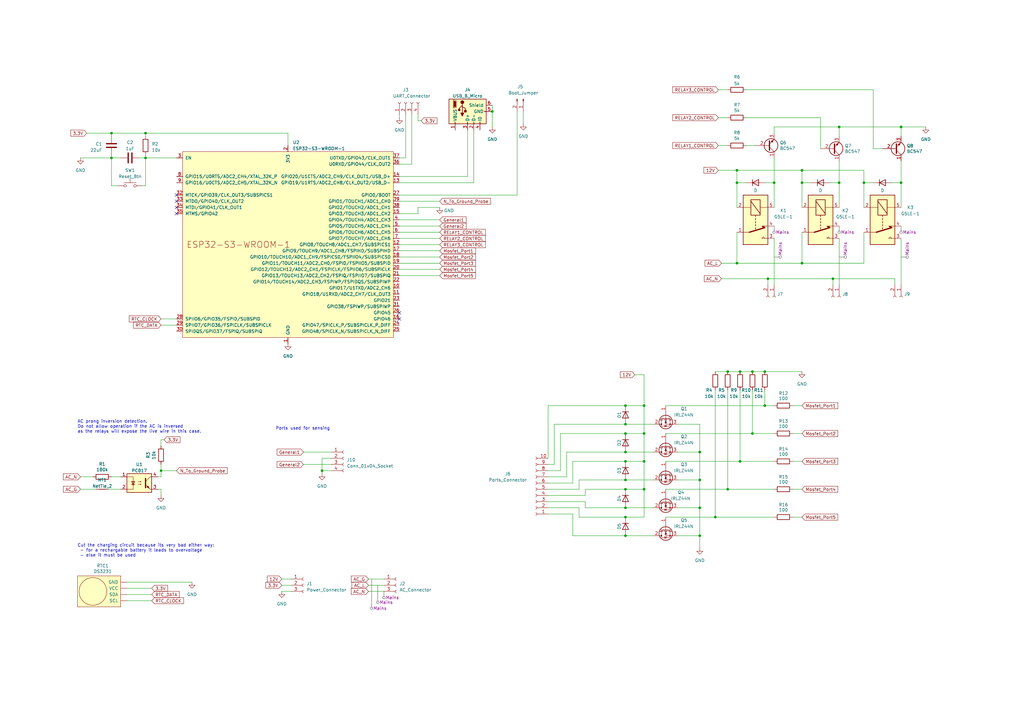
<source format=kicad_sch>
(kicad_sch (version 20230121) (generator eeschema)
  (paper "A3")
  (title_block (title "ESP32_AutoGradina") (date "2021-09-07") (rev "2") (company "LumiereSombre"))
  (lib_symbols
    (symbol "Connector:Conn_01x02_Pin" (pin_names (offset 1.016) hide)
      (property "Reference" "J" (at 0 2.54 0))
      (property "Value" "Conn_01x02_Pin" (at 0 -5.08 0))
      (symbol "Conn_01x02_Pin_1_1"
        (pin passive line (at 5.08 0 180) (length 3.81) (name "Pin_1") (number "1"))
        (pin passive line (at 5.08 -2.54 180) (length 3.81) (name "Pin_2") (number "2"))
      )
    )
    (symbol "Connector:Conn_01x02_Socket" (pin_names (offset 1.016) hide)
      (property "Reference" "J" (at 0 2.54 0))
      (property "Value" "Conn_01x02_Socket" (at 0 -5.08 0))
      (symbol "Conn_01x02_Socket_1_1"
        (pin passive line (at -5.08 0 0) (length 3.81) (name "Pin_1") (number "1"))
        (pin passive line (at -5.08 -2.54 0) (length 3.81) (name "Pin_2") (number "2"))
      )
    )
    (symbol "Connector:Conn_01x03_Socket" (pin_names (offset 1.016) hide)
      (property "Reference" "J" (at 0 5.08 0))
      (property "Value" "Conn_01x03_Socket" (at 0 -5.08 0))
      (symbol "Conn_01x03_Socket_1_1"
        (pin passive line (at -5.08 2.54 0) (length 3.81) (name "Pin_1") (number "1"))
        (pin passive line (at -5.08 0 0) (length 3.81) (name "Pin_2") (number "2"))
        (pin passive line (at -5.08 -2.54 0) (length 3.81) (name "Pin_3") (number "3"))
      )
    )
    (symbol "Connector:Conn_01x04_Socket" (pin_names (offset 1.016) hide)
      (property "Reference" "J" (at 0 5.08 0))
      (property "Value" "Conn_01x04_Socket" (at 0 -7.62 0))
      (symbol "Conn_01x04_Socket_1_1"
        (pin passive line (at -5.08 2.54 0) (length 3.81) (name "Pin_1") (number "1"))
        (pin passive line (at -5.08 0 0) (length 3.81) (name "Pin_2") (number "2"))
        (pin passive line (at -5.08 -2.54 0) (length 3.81) (name "Pin_3") (number "3"))
        (pin passive line (at -5.08 -5.08 0) (length 3.81) (name "Pin_4") (number "4"))
      )
    )
    (symbol "Connector:Conn_01x10_Socket" (pin_names (offset 1.016) hide)
      (property "Reference" "J" (at 0 12.7 0))
      (property "Value" "Conn_01x10_Socket" (at 0 -15.24 0))
      (symbol "Conn_01x10_Socket_1_1"
        (pin passive line (at -5.08 10.16 0) (length 3.81) (name "Pin_1") (number "1"))
        (pin passive line (at -5.08 -12.7 0) (length 3.81) (name "Pin_10") (number "10"))
        (pin passive line (at -5.08 7.62 0) (length 3.81) (name "Pin_2") (number "2"))
        (pin passive line (at -5.08 5.08 0) (length 3.81) (name "Pin_3") (number "3"))
        (pin passive line (at -5.08 2.54 0) (length 3.81) (name "Pin_4") (number "4"))
        (pin passive line (at -5.08 0 0) (length 3.81) (name "Pin_5") (number "5"))
        (pin passive line (at -5.08 -2.54 0) (length 3.81) (name "Pin_6") (number "6"))
        (pin passive line (at -5.08 -5.08 0) (length 3.81) (name "Pin_7") (number "7"))
        (pin passive line (at -5.08 -7.62 0) (length 3.81) (name "Pin_8") (number "8"))
        (pin passive line (at -5.08 -10.16 0) (length 3.81) (name "Pin_9") (number "9"))
      )
    )
    (symbol "Connector:USB_B_Micro" (pin_names (offset 1.016))
      (property "Reference" "J" (at -5.08 11.43 0))
      (property "Value" "USB_B_Micro" (at -5.08 8.89 0))
      (symbol "USB_B_Micro_1_1"
        (pin power_out line (at 7.62 5.08 180) (length 2.54) (name "VBUS") (number "1"))
        (pin bidirectional line (at 7.62 -2.54 180) (length 2.54) (name "D-") (number "2"))
        (pin bidirectional line (at 7.62 0 180) (length 2.54) (name "D+") (number "3"))
        (pin passive line (at 7.62 -5.08 180) (length 2.54) (name "ID") (number "4"))
        (pin power_out line (at 0 -10.16 90) (length 2.54) (name "GND") (number "5"))
        (pin passive line (at -2.54 -10.16 90) (length 2.54) (name "Shield") (number "6"))
      )
    )
    (symbol "Custom:DS3231" (pin_numbers hide) (pin_names (offset 1.016))
      (property "Reference" "RTC" (at 0 5.08 0))
      (property "Value" "Custom_DS3231" (at 0 7.62 0))
      (symbol "DS3231_1_1"
        (pin input line (at -3.81 -16.51 90) (length 2.54) (name "SCL") (number "1"))
        (pin input line (at -1.27 -16.51 90) (length 2.54) (name "SDA") (number "2"))
        (pin input line (at 1.27 -16.51 90) (length 2.54) (name "VCC") (number "3"))
        (pin input line (at 3.81 -16.51 90) (length 2.54) (name "GND") (number "4"))
      )
    )
    (symbol "Device:C" (pin_numbers hide) (pin_names (offset 0.254))
      (property "Reference" "C" (at 0.635 2.54 0))
      (property "Value" "C" (at 0.635 -2.54 0))
      (symbol "C_1_1"
        (pin passive line (at 0 3.81 270) (length 2.794) (name "~") (number "1"))
        (pin passive line (at 0 -3.81 90) (length 2.794) (name "~") (number "2"))
      )
    )
    (symbol "Device:D" (pin_numbers hide) (pin_names (offset 1.016) hide)
      (property "Reference" "D" (at 0 2.54 0))
      (property "Value" "D" (at 0 -2.54 0))
      (symbol "D_1_1"
        (pin passive line (at -3.81 0 0) (length 2.54) (name "K") (number "1"))
        (pin passive line (at 3.81 0 180) (length 2.54) (name "A") (number "2"))
      )
    )
    (symbol "Device:NetTie_2" (pin_numbers hide) (pin_names (offset 0) hide) (in_bom no)
      (property "Reference" "NT" (at 0 1.27 0))
      (property "Value" "NetTie_2" (at 0 -1.27 0))
      (symbol "NetTie_2_1_1"
        (pin passive line (at -2.54 0 0) (length 2.54) (name "1") (number "1"))
        (pin passive line (at 2.54 0 180) (length 2.54) (name "2") (number "2"))
      )
    )
    (symbol "Device:R" (pin_numbers hide) (pin_names (offset 0))
      (property "Reference" "R" (at 2.032 0 90))
      (property "Value" "R" (at 0 0 90))
      (symbol "R_1_1"
        (pin passive line (at 0 3.81 270) (length 1.27) (name "~") (number "1"))
        (pin passive line (at 0 -3.81 90) (length 1.27) (name "~") (number "2"))
      )
    )
    (symbol "Expressif:ESP32-S3-WROOM-1" (pin_names (offset 1.016))
      (property "Reference" "U" (at -43.18 43.18 0))
      (property "Value" "ESP32-S3-WROOM-1" (at -43.18 40.64 0))
      (symbol "ESP32-S3-WROOM-1_0_0"
        (text "ESP32-S3-WROOM-1" (at -20.32 0 0) (effects (font (size 2.54 2.54))))
        (pin power_in line (at 0 -40.64 90) (length 2.54) (name "GND") (number "1"))
        (pin bidirectional line (at 45.72 -17.78 180) (length 2.54) (name "GPIO17/U1TXD/ADC2_CH6") (number "10"))
        (pin bidirectional line (at 45.72 -20.32 180) (length 2.54) (name "GPIO18/U1RXD/ADC2_CH7/CLK_OUT3") (number "11"))
        (pin bidirectional line (at 45.72 0 180) (length 2.54) (name "GPIO8/TOUCH8/ADC1_CH7/SUBSPICS1") (number "12"))
        (pin bidirectional line (at 45.72 25.4 180) (length 2.54) (name "GPIO19/U1RTS/ADC2_CH8/CLK_OUT2/USB_D-") (number "13"))
        (pin bidirectional line (at 45.72 27.94 180) (length 2.54) (name "GPIO20/U1CTS/ADC2_CH9/CLK_OUT1/USB_D+") (number "14"))
        (pin bidirectional line (at 45.72 12.7 180) (length 2.54) (name "GPIO3/TOUCH3/ADC1_CH2") (number "15"))
        (pin bidirectional line (at 45.72 -30.48 180) (length 2.54) (name "GPIO46") (number "16"))
        (pin bidirectional line (at 45.72 -2.54 180) (length 2.54) (name "GPIO9/TOUCH9/ADC1_CH8/FSPIHD/SUBSPIHD") (number "17"))
        (pin bidirectional line (at 45.72 -5.08 180) (length 2.54) (name "GPIO10/TOUCH10/ADC1_CH9/FSPICS0/FSPIIO4/SUBSPICS0") (number "18"))
        (pin bidirectional line (at 45.72 -7.62 180) (length 2.54) (name "GPIO11/TOUCH11/ADC2_CH0/FSPID/FSPIIO5/SUBSPID") (number "19"))
        (pin power_in line (at 0 40.64 270) (length 2.54) (name "3V3") (number "2"))
        (pin bidirectional line (at 45.72 -10.16 180) (length 2.54) (name "GPIO12/TOUCH12/ADC2_CH1/FSPICLK/FSPIIO6/SUBSPICLK") (number "20"))
        (pin bidirectional line (at 45.72 -12.7 180) (length 2.54) (name "GPIO13/TOUCH13/ADC2_CH2/FSPIQ/FSPIIO7/SUBSPIQ") (number "21"))
        (pin bidirectional line (at 45.72 -15.24 180) (length 2.54) (name "GPIO14/TOUCH14/ADC2_CH3/FSPIWP/FSPIDQS/SUBSPIWP") (number "22"))
        (pin bidirectional line (at 45.72 -22.86 180) (length 2.54) (name "GPIO21") (number "23"))
        (pin bidirectional line (at 45.72 -33.02 180) (length 2.54) (name "GPIO47/SPICLK_P/SUBSPICLK_P_DIFF") (number "24"))
        (pin bidirectional line (at 45.72 -35.56 180) (length 2.54) (name "GPIO48/SPICLK_N/SUBSPICLK_N_DIFF") (number "25"))
        (pin bidirectional line (at 45.72 -27.94 180) (length 2.54) (name "GPIO45") (number "26"))
        (pin bidirectional line (at 45.72 20.32 180) (length 2.54) (name "GPIO0/BOOT") (number "27"))
        (pin bidirectional line (at -45.72 -30.48 0) (length 2.54) (name "SPIIO6/GPIO35/FSPID/SUBSPID") (number "28"))
        (pin bidirectional line (at -45.72 -33.02 0) (length 2.54) (name "SPIIO7/GPIO36/FSPICLK/SUBSPICLK") (number "29"))
        (pin input line (at -45.72 35.56 0) (length 2.54) (name "EN") (number "3"))
        (pin bidirectional line (at -45.72 -35.56 0) (length 2.54) (name "SPIDQS/GPIO37/FSPIQ/SUBSPIQ") (number "30"))
        (pin bidirectional line (at 45.72 -25.4 180) (length 2.54) (name "GPIO38/FSPIWP/SUBSPIWP") (number "31"))
        (pin bidirectional line (at -45.72 20.32 0) (length 2.54) (name "MTCK/GPIO39/CLK_OUT3/SUBSPICS1") (number "32"))
        (pin bidirectional line (at -45.72 17.78 0) (length 2.54) (name "MTDO/GPIO40/CLK_OUT2") (number "33"))
        (pin bidirectional line (at -45.72 15.24 0) (length 2.54) (name "MTDI/GPIO41/CLK_OUT1") (number "34"))
        (pin bidirectional line (at -45.72 12.7 0) (length 2.54) (name "MTMS/GPIO42") (number "35"))
        (pin bidirectional line (at 45.72 33.02 180) (length 2.54) (name "U0RXD/GPIO44/CLK_OUT2") (number "36"))
        (pin bidirectional line (at 45.72 35.56 180) (length 2.54) (name "U0TXD/GPIO43/CLK_OUT1") (number "37"))
        (pin bidirectional line (at 45.72 15.24 180) (length 2.54) (name "GPIO2/TOUCH2/ADC1_CH1") (number "38"))
        (pin bidirectional line (at 45.72 17.78 180) (length 2.54) (name "GPIO1/TOUCH1/ADC1_CH0") (number "39"))
        (pin bidirectional line (at 45.72 10.16 180) (length 2.54) (name "GPIO4/TOUCH4/ADC1_CH3") (number "4"))
        (pin passive line (at 0 -40.64 90) (length 2.54) hide (name "GND") (number "40"))
        (pin passive line (at 0 -40.64 90) (length 2.54) hide (name "GND") (number "41"))
        (pin bidirectional line (at 45.72 7.62 180) (length 2.54) (name "GPIO5/TOUCH5/ADC1_CH4") (number "5"))
        (pin bidirectional line (at 45.72 5.08 180) (length 2.54) (name "GPIO6/TOUCH6/ADC1_CH5") (number "6"))
        (pin bidirectional line (at 45.72 2.54 180) (length 2.54) (name "GPIO7/TOUCH7/ADC1_CH6") (number "7"))
        (pin bidirectional line (at -45.72 27.94 0) (length 2.54) (name "GPIO15/U0RTS/ADC2_CH4/XTAL_32K_P") (number "8"))
        (pin bidirectional line (at -45.72 25.4 0) (length 2.54) (name "GPIO16/U0CTS/ADC2_CH5/XTAL_32K_N") (number "9"))
      )
    )
    (symbol "Isolator:PC817" (pin_names (offset 1.016))
      (property "Reference" "U" (at -5.08 5.08 0))
      (property "Value" "PC817" (at 0 5.08 0))
      (symbol "PC817_1_1"
        (pin passive line (at -7.62 2.54 0) (length 2.54) (name "~") (number "1"))
        (pin passive line (at -7.62 -2.54 0) (length 2.54) (name "~") (number "2"))
        (pin passive line (at 7.62 -2.54 180) (length 2.54) (name "~") (number "3"))
        (pin passive line (at 7.62 2.54 180) (length 2.54) (name "~") (number "4"))
      )
    )
    (symbol "Relay:G5LE-1"
      (property "Reference" "K" (at 11.43 3.81 0))
      (property "Value" "G5LE-1" (at 11.43 1.27 0))
      (symbol "G5LE-1_1_1"
        (pin passive line (at 5.08 -7.62 90) (length 2.54) (name "~") (number "1"))
        (pin passive line (at -5.08 -7.62 90) (length 2.54) (name "~") (number "2"))
        (pin passive line (at 7.62 7.62 270) (length 2.54) (name "~") (number "3"))
        (pin passive line (at 2.54 7.62 270) (length 2.54) (name "~") (number "4"))
        (pin passive line (at -5.08 7.62 270) (length 2.54) (name "~") (number "5"))
      )
    )
    (symbol "Switch:SW_Push" (pin_numbers hide) (pin_names (offset 1.016) hide)
      (property "Reference" "SW" (at 1.27 2.54 0))
      (property "Value" "SW_Push" (at 0 -1.524 0))
      (symbol "SW_Push_0_1"
        (pin passive line (at -5.08 0 0) (length 2.54) (name "1") (number "1"))
        (pin passive line (at 5.08 0 180) (length 2.54) (name "2") (number "2"))
      )
    )
    (symbol "Transistor_BJT:BC547" (pin_names (offset 0) hide)
      (property "Reference" "Q" (at 5.08 1.905 0))
      (property "Value" "BC547" (at 5.08 0 0))
      (symbol "BC547_1_1"
        (pin passive line (at 2.54 5.08 270) (length 2.54) (name "C") (number "1"))
        (pin input line (at -5.08 0 0) (length 5.08) (name "B") (number "2"))
        (pin passive line (at 2.54 -5.08 90) (length 2.54) (name "E") (number "3"))
      )
    )
    (symbol "Transistor_FET:IRLZ44N" (pin_names hide)
      (property "Reference" "Q" (at 6.35 1.905 0))
      (property "Value" "IRLZ44N" (at 6.35 0 0))
      (symbol "IRLZ44N_1_1"
        (pin input line (at -5.08 0 0) (length 2.54) (name "G") (number "1"))
        (pin passive line (at 2.54 5.08 270) (length 2.54) (name "D") (number "2"))
        (pin passive line (at 2.54 -5.08 90) (length 2.54) (name "S") (number "3"))
      )
    )
    (symbol "power:GND" (power) (pin_names (offset 0))
      (property "Value" "GND" (at 0 -3.81 0))
      (symbol "GND_1_1"
        (pin power_in line (at 0 0 270) (length 0) hide (name "GND") (number "1"))
      )
    )
  )
  (junction (at 328.93 74.93))
  (junction (at 287.02 219.71))
  (junction (at 66.04 193.04))
  (junction (at 313.69 166.37))
  (junction (at 308.61 152.4))
  (junction (at 302.26 74.93))
  (junction (at 317.5 74.93))
  (junction (at 287.02 196.85))
  (junction (at 354.33 74.93))
  (junction (at 328.93 107.95))
  (junction (at 308.61 177.8))
  (junction (at 302.26 107.95))
  (junction (at 302.26 69.85))
  (junction (at 341.63 114.3))
  (junction (at 369.57 52.07))
  (junction (at 344.17 52.07))
  (junction (at 313.69 152.4))
  (junction (at 45.72 54.61))
  (junction (at 314.96 114.3))
  (junction (at 264.16 177.8))
  (junction (at 256.54 212.09))
  (junction (at 344.17 74.93))
  (junction (at 264.16 189.23))
  (junction (at 298.45 200.66))
  (junction (at 303.53 152.4))
  (junction (at 287.02 208.28))
  (junction (at 201.93 45.72))
  (junction (at 328.93 69.85))
  (junction (at 303.53 189.23))
  (junction (at 132.08 193.04))
  (junction (at 256.54 200.66))
  (junction (at 264.16 200.66))
  (junction (at 256.54 189.23))
  (junction (at 256.54 185.42))
  (junction (at 293.37 212.09))
  (junction (at 45.72 64.77))
  (junction (at 256.54 196.85))
  (junction (at 256.54 208.28))
  (junction (at 59.69 54.61))
  (junction (at 256.54 177.8))
  (junction (at 287.02 185.42))
  (junction (at 59.69 64.77))
  (junction (at 369.57 74.93))
  (junction (at 264.16 166.37))
  (junction (at 256.54 166.37))
  (junction (at 298.45 152.4))
  (junction (at 256.54 173.99))
  (junction (at 256.54 219.71))
  (no_connect (at 163.83 130.81))
  (no_connect (at 72.39 82.55))
  (no_connect (at 72.39 85.09))
  (no_connect (at 72.39 80.01))
  (no_connect (at 163.83 128.27))
  (no_connect (at 72.39 87.63))
  (wire (pts (xy 66.04 193.04) (xy 66.04 195.58)))
  (wire (pts (xy 306.07 59.69) (xy 309.88 59.69)))
  (wire (pts (xy 234.95 198.12) (xy 234.95 189.23)))
  (wire (pts (xy 163.83 113.03) (xy 180.34 113.03)))
  (wire (pts (xy 168.91 46.99) (xy 168.91 67.31)))
  (wire (pts (xy 59.69 54.61) (xy 59.69 55.88)))
  (wire (pts (xy 317.5 74.93) (xy 313.69 74.93)))
  (wire (pts (xy 303.53 189.23) (xy 317.5 189.23)))
  (wire (pts (xy 256.54 200.66) (xy 264.16 200.66)))
  (wire (pts (xy 278.13 219.71) (xy 287.02 219.71)))
  (wire (pts (xy 45.72 63.5) (xy 45.72 64.77)))
  (wire (pts (xy 328.93 74.93) (xy 328.93 85.09)))
  (wire (pts (xy 62.23 246.38) (xy 52.07 246.38)))
  (wire (pts (xy 313.69 160.02) (xy 313.69 166.37)))
  (wire (pts (xy 224.79 200.66) (xy 237.49 200.66)))
  (wire (pts (xy 293.37 152.4) (xy 298.45 152.4)))
  (wire (pts (xy 298.45 152.4) (xy 303.53 152.4)))
  (wire (pts (xy 358.14 74.93) (xy 354.33 74.93)))
  (wire (pts (xy 44.45 200.66) (xy 49.53 200.66)))
  (wire (pts (xy 171.45 87.63) (xy 163.83 87.63)))
  (wire (pts (xy 52.07 243.84) (xy 62.23 243.84)))
  (wire (pts (xy 344.17 52.07) (xy 369.57 52.07)))
  (wire (pts (xy 48.26 76.2) (xy 45.72 76.2)))
  (wire (pts (xy 313.69 152.4) (xy 328.93 152.4)))
  (wire (pts (xy 229.87 193.04) (xy 229.87 177.8)))
  (wire (pts (xy 293.37 212.09) (xy 317.5 212.09)))
  (wire (pts (xy 278.13 196.85) (xy 287.02 196.85)))
  (wire (pts (xy 325.12 177.8) (xy 328.93 177.8)))
  (wire (pts (xy 224.79 187.96) (xy 224.79 166.37)))
  (wire (pts (xy 45.72 76.2) (xy 45.72 64.77)))
  (wire (pts (xy 369.57 66.04) (xy 369.57 74.93)))
  (wire (pts (xy 234.95 219.71) (xy 256.54 219.71)))
  (wire (pts (xy 264.16 166.37) (xy 256.54 166.37)))
  (wire (pts (xy 308.61 152.4) (xy 313.69 152.4)))
  (wire (pts (xy 287.02 185.42) (xy 287.02 196.85)))
  (wire (pts (xy 264.16 153.67) (xy 260.35 153.67)))
  (wire (pts (xy 163.83 74.93) (xy 194.31 74.93)))
  (wire (pts (xy 298.45 200.66) (xy 317.5 200.66)))
  (wire (pts (xy 124.46 190.5) (xy 135.89 190.5)))
  (wire (pts (xy 273.05 189.23) (xy 303.53 189.23)))
  (wire (pts (xy 287.02 208.28) (xy 287.02 219.71)))
  (wire (pts (xy 317.5 52.07) (xy 344.17 52.07)))
  (wire (pts (xy 163.83 97.79) (xy 180.34 97.79)))
  (wire (pts (xy 132.08 187.96) (xy 132.08 193.04)))
  (wire (pts (xy 171.45 85.09) (xy 171.45 87.63)))
  (wire (pts (xy 295.91 107.95) (xy 302.26 107.95)))
  (wire (pts (xy 163.83 105.41) (xy 180.34 105.41)))
  (wire (pts (xy 308.61 177.8) (xy 317.5 177.8)))
  (wire (pts (xy 314.96 114.3) (xy 314.96 116.84)))
  (wire (pts (xy 367.03 116.84) (xy 367.03 114.3)))
  (wire (pts (xy 306.07 74.93) (xy 302.26 74.93)))
  (wire (pts (xy 328.93 95.25) (xy 328.93 107.95)))
  (wire (pts (xy 369.57 52.07) (xy 369.57 55.88)))
  (wire (pts (xy 171.45 49.53) (xy 172.72 49.53)))
  (wire (pts (xy 59.69 76.2) (xy 59.69 64.77)))
  (wire (pts (xy 234.95 189.23) (xy 256.54 189.23)))
  (wire (pts (xy 166.37 64.77) (xy 163.83 64.77)))
  (wire (pts (xy 237.49 196.85) (xy 256.54 196.85)))
  (wire (pts (xy 295.91 114.3) (xy 314.96 114.3)))
  (wire (pts (xy 163.83 90.17) (xy 180.34 90.17)))
  (wire (pts (xy 224.79 190.5) (xy 227.33 190.5)))
  (wire (pts (xy 293.37 160.02) (xy 293.37 212.09)))
  (wire (pts (xy 287.02 219.71) (xy 287.02 224.79)))
  (wire (pts (xy 358.14 60.96) (xy 361.95 60.96)))
  (wire (pts (xy 163.83 107.95) (xy 180.34 107.95)))
  (wire (pts (xy 264.16 177.8) (xy 256.54 177.8)))
  (wire (pts (xy 171.45 46.99) (xy 171.45 49.53)))
  (wire (pts (xy 332.74 74.93) (xy 328.93 74.93)))
  (wire (pts (xy 33.02 200.66) (xy 39.37 200.66)))
  (wire (pts (xy 57.15 64.77) (xy 59.69 64.77)))
  (wire (pts (xy 328.93 69.85) (xy 328.93 74.93)))
  (wire (pts (xy 294.64 36.83) (xy 298.45 36.83)))
  (wire (pts (xy 273.05 166.37) (xy 313.69 166.37)))
  (wire (pts (xy 256.54 208.28) (xy 267.97 208.28)))
  (wire (pts (xy 118.11 54.61) (xy 59.69 54.61)))
  (wire (pts (xy 264.16 200.66) (xy 264.16 212.09)))
  (wire (pts (xy 369.57 97.79) (xy 369.57 116.84)))
  (wire (pts (xy 256.54 196.85) (xy 267.97 196.85)))
  (wire (pts (xy 287.02 173.99) (xy 278.13 173.99)))
  (wire (pts (xy 325.12 166.37) (xy 328.93 166.37)))
  (wire (pts (xy 212.09 45.72) (xy 212.09 80.01)))
  (wire (pts (xy 224.79 210.82) (xy 234.95 210.82)))
  (wire (pts (xy 163.83 100.33) (xy 180.34 100.33)))
  (wire (pts (xy 166.37 46.99) (xy 166.37 64.77)))
  (wire (pts (xy 278.13 185.42) (xy 287.02 185.42)))
  (wire (pts (xy 328.93 107.95) (xy 354.33 107.95)))
  (wire (pts (xy 45.72 54.61) (xy 59.69 54.61)))
  (wire (pts (xy 45.72 54.61) (xy 45.72 55.88)))
  (wire (pts (xy 336.55 48.26) (xy 306.07 48.26)))
  (wire (pts (xy 151.13 242.57) (xy 157.48 242.57)))
  (wire (pts (xy 66.04 130.81) (xy 72.39 130.81)))
  (wire (pts (xy 224.79 205.74) (xy 240.03 205.74)))
  (wire (pts (xy 224.79 208.28) (xy 237.49 208.28)))
  (wire (pts (xy 317.5 64.77) (xy 317.5 74.93)))
  (wire (pts (xy 237.49 212.09) (xy 256.54 212.09)))
  (wire (pts (xy 273.05 212.09) (xy 293.37 212.09)))
  (wire (pts (xy 168.91 67.31) (xy 163.83 67.31)))
  (wire (pts (xy 240.03 200.66) (xy 256.54 200.66)))
  (wire (pts (xy 317.5 54.61) (xy 317.5 52.07)))
  (wire (pts (xy 344.17 74.93) (xy 340.36 74.93)))
  (wire (pts (xy 358.14 36.83) (xy 358.14 60.96)))
  (wire (pts (xy 369.57 85.09) (xy 369.57 74.93)))
  (wire (pts (xy 163.83 48.26) (xy 163.83 46.99)))
  (wire (pts (xy 45.72 64.77) (xy 49.53 64.77)))
  (wire (pts (xy 224.79 198.12) (xy 234.95 198.12)))
  (wire (pts (xy 264.16 166.37) (xy 264.16 153.67)))
  (wire (pts (xy 256.54 185.42) (xy 267.97 185.42)))
  (wire (pts (xy 135.89 193.04) (xy 132.08 193.04)))
  (wire (pts (xy 72.39 193.04) (xy 66.04 193.04)))
  (wire (pts (xy 45.72 195.58) (xy 49.53 195.58)))
  (wire (pts (xy 201.93 43.18) (xy 201.93 45.72)))
  (wire (pts (xy 224.79 166.37) (xy 256.54 166.37)))
  (wire (pts (xy 298.45 160.02) (xy 298.45 200.66)))
  (wire (pts (xy 33.02 195.58) (xy 38.1 195.58)))
  (wire (pts (xy 227.33 190.5) (xy 227.33 173.99)))
  (wire (pts (xy 163.83 95.25) (xy 180.34 95.25)))
  (wire (pts (xy 344.17 66.04) (xy 344.17 74.93)))
  (wire (pts (xy 191.77 53.34) (xy 191.77 72.39)))
  (wire (pts (xy 180.34 82.55) (xy 163.83 82.55)))
  (wire (pts (xy 237.49 200.66) (xy 237.49 196.85)))
  (wire (pts (xy 59.69 64.77) (xy 72.39 64.77)))
  (wire (pts (xy 264.16 189.23) (xy 264.16 200.66)))
  (wire (pts (xy 369.57 52.07) (xy 379.73 52.07)))
  (wire (pts (xy 273.05 177.8) (xy 308.61 177.8)))
  (wire (pts (xy 367.03 114.3) (xy 341.63 114.3)))
  (wire (pts (xy 35.56 54.61) (xy 45.72 54.61)))
  (wire (pts (xy 325.12 189.23) (xy 328.93 189.23)))
  (wire (pts (xy 294.64 59.69) (xy 298.45 59.69)))
  (wire (pts (xy 52.07 241.3) (xy 62.23 241.3)))
  (wire (pts (xy 66.04 180.34) (xy 66.04 182.88)))
  (wire (pts (xy 287.02 196.85) (xy 287.02 208.28)))
  (wire (pts (xy 308.61 160.02) (xy 308.61 177.8)))
  (wire (pts (xy 229.87 177.8) (xy 256.54 177.8)))
  (wire (pts (xy 151.13 237.49) (xy 157.48 237.49)))
  (wire (pts (xy 132.08 193.04) (xy 132.08 194.31)))
  (wire (pts (xy 303.53 152.4) (xy 308.61 152.4)))
  (wire (pts (xy 118.11 59.69) (xy 118.11 54.61)))
  (wire (pts (xy 317.5 85.09) (xy 317.5 74.93)))
  (wire (pts (xy 256.54 177.8) (xy 256.54 180.34)))
  (wire (pts (xy 119.38 242.57) (xy 115.57 242.57)))
  (wire (pts (xy 354.33 69.85) (xy 354.33 74.93)))
  (wire (pts (xy 302.26 69.85) (xy 328.93 69.85)))
  (wire (pts (xy 66.04 200.66) (xy 66.04 203.2)))
  (wire (pts (xy 294.64 69.85) (xy 302.26 69.85)))
  (wire (pts (xy 344.17 52.07) (xy 344.17 55.88)))
  (wire (pts (xy 163.83 92.71) (xy 180.34 92.71)))
  (wire (pts (xy 328.93 69.85) (xy 354.33 69.85)))
  (wire (pts (xy 212.09 80.01) (xy 163.83 80.01)))
  (wire (pts (xy 325.12 200.66) (xy 328.93 200.66)))
  (wire (pts (xy 341.63 116.84) (xy 341.63 114.3)))
  (wire (pts (xy 214.63 45.72) (xy 214.63 50.8)))
  (wire (pts (xy 124.46 185.42) (xy 135.89 185.42)))
  (wire (pts (xy 115.57 240.03) (xy 119.38 240.03)))
  (wire (pts (xy 302.26 69.85) (xy 302.26 74.93)))
  (wire (pts (xy 232.41 195.58) (xy 232.41 185.42)))
  (wire (pts (xy 278.13 208.28) (xy 287.02 208.28)))
  (wire (pts (xy 59.69 63.5) (xy 59.69 64.77)))
  (wire (pts (xy 201.93 45.72) (xy 201.93 52.07)))
  (wire (pts (xy 306.07 36.83) (xy 358.14 36.83)))
  (wire (pts (xy 273.05 200.66) (xy 298.45 200.66)))
  (wire (pts (xy 58.42 76.2) (xy 59.69 76.2)))
  (wire (pts (xy 302.26 74.93) (xy 302.26 85.09)))
  (wire (pts (xy 256.54 219.71) (xy 267.97 219.71)))
  (wire (pts (xy 294.64 48.26) (xy 298.45 48.26)))
  (wire (pts (xy 240.03 203.2) (xy 240.03 200.66)))
  (wire (pts (xy 256.54 173.99) (xy 267.97 173.99)))
  (wire (pts (xy 336.55 60.96) (xy 336.55 48.26)))
  (wire (pts (xy 151.13 240.03) (xy 157.48 240.03)))
  (wire (pts (xy 163.83 72.39) (xy 191.77 72.39)))
  (wire (pts (xy 302.26 95.25) (xy 302.26 107.95)))
  (wire (pts (xy 264.16 177.8) (xy 264.16 166.37)))
  (wire (pts (xy 163.83 102.87) (xy 180.34 102.87)))
  (wire (pts (xy 33.02 64.77) (xy 45.72 64.77)))
  (wire (pts (xy 163.83 110.49) (xy 180.34 110.49)))
  (wire (pts (xy 344.17 97.79) (xy 344.17 116.84)))
  (wire (pts (xy 344.17 85.09) (xy 344.17 74.93)))
  (wire (pts (xy 354.33 74.93) (xy 354.33 85.09)))
  (wire (pts (xy 66.04 133.35) (xy 72.39 133.35)))
  (wire (pts (xy 256.54 212.09) (xy 264.16 212.09)))
  (wire (pts (xy 240.03 205.74) (xy 240.03 208.28)))
  (wire (pts (xy 302.26 107.95) (xy 328.93 107.95)))
  (wire (pts (xy 119.38 237.49) (xy 115.57 237.49)))
  (wire (pts (xy 264.16 177.8) (xy 264.16 189.23)))
  (wire (pts (xy 194.31 53.34) (xy 194.31 74.93)))
  (wire (pts (xy 240.03 208.28) (xy 256.54 208.28)))
  (wire (pts (xy 287.02 173.99) (xy 287.02 185.42)))
  (wire (pts (xy 325.12 212.09) (xy 328.93 212.09)))
  (wire (pts (xy 369.57 74.93) (xy 365.76 74.93)))
  (wire (pts (xy 224.79 193.04) (xy 229.87 193.04)))
  (wire (pts (xy 317.5 97.79) (xy 317.5 116.84)))
  (wire (pts (xy 52.07 238.76) (xy 78.74 238.76)))
  (wire (pts (xy 135.89 187.96) (xy 132.08 187.96)))
  (wire (pts (xy 313.69 166.37) (xy 317.5 166.37)))
  (wire (pts (xy 264.16 189.23) (xy 256.54 189.23)))
  (wire (pts (xy 224.79 203.2) (xy 240.03 203.2)))
  (wire (pts (xy 67.31 180.34) (xy 66.04 180.34)))
  (wire (pts (xy 314.96 114.3) (xy 341.63 114.3)))
  (wire (pts (xy 64.77 200.66) (xy 66.04 200.66)))
  (wire (pts (xy 237.49 208.28) (xy 237.49 212.09)))
  (wire (pts (xy 303.53 160.02) (xy 303.53 189.23)))
  (wire (pts (xy 227.33 173.99) (xy 256.54 173.99)))
  (wire (pts (xy 232.41 185.42) (xy 256.54 185.42)))
  (wire (pts (xy 66.04 195.58) (xy 64.77 195.58)))
  (wire (pts (xy 354.33 95.25) (xy 354.33 107.95)))
  (wire (pts (xy 224.79 195.58) (xy 232.41 195.58)))
  (wire (pts (xy 234.95 210.82) (xy 234.95 219.71)))
  (wire (pts (xy 171.45 85.09) (xy 180.34 85.09)))
  (wire (pts (xy 66.04 190.5) (xy 66.04 193.04)))
  (text "AC prong inversion detection.\nDo not allow operation if the AC is inversed \nas the relays will expose the live wire in this case." (at 31.75 177.8 0) (effects (font (size 1.27 1.27)) (justify left bottom)))
  (text "Ports used for sensing" (at 113.03 176.53 0) (effects (font (size 1.27 1.27)) (justify left bottom)))
  (text "Cut the charging circuit because its very bad either way: \n - for a rechargable battery it leads to overvoltage\n - else it must be used" (at 31.75 228.6 0) (effects (font (size 1.27 1.27)) (justify left bottom)))
  (global_label "3.3V" (shape input) (at 115.57 240.03 180) (property "Intersheetrefs" "${INTERSHEET_REFS}" (effects hide)))
  (global_label "RELAY1_CONTROL" (shape input) (at 180.34 95.25 0) (property "Intersheetrefs" "${INTERSHEET_REFS}" (effects hide)))
  (global_label "12V" (shape input) (at 115.57 237.49 180) (property "Intersheetrefs" "${INTERSHEET_REFS}" (effects hide)))
  (global_label "RTC_DATA" (shape input) (at 62.23 243.84 0) (property "Intersheetrefs" "${INTERSHEET_REFS}" (effects hide)))
  (global_label "3.3V" (shape input) (at 172.72 49.53 0) (property "Intersheetrefs" "${INTERSHEET_REFS}" (effects hide)))
  (global_label "Mosfet_Port2" (shape input) (at 328.93 177.8 0) (property "Intersheetrefs" "${INTERSHEET_REFS}" (effects hide)))
  (global_label "Mosfet_Port2" (shape input) (at 180.34 105.41 0) (property "Intersheetrefs" "${INTERSHEET_REFS}" (effects hide)))
  (global_label "3.3V" (shape input) (at 67.31 180.34 0) (property "Intersheetrefs" "${INTERSHEET_REFS}" (effects hide)))
  (global_label "Mosfet_Port1" (shape input) (at 180.34 102.87 0) (property "Intersheetrefs" "${INTERSHEET_REFS}" (effects hide)))
  (global_label "RTC_DATA" (shape input) (at 66.04 133.35 180) (property "Intersheetrefs" "${INTERSHEET_REFS}" (effects hide)))
  (global_label "3.3V" (shape input) (at 35.56 54.61 180) (property "Intersheetrefs" "${INTERSHEET_REFS}" (effects hide)))
  (global_label "General1" (shape input) (at 124.46 185.42 180) (property "Intersheetrefs" "${INTERSHEET_REFS}" (effects hide)))
  (global_label "AC_L" (shape input) (at 295.91 107.95 180) (property "Intersheetrefs" "${INTERSHEET_REFS}" (effects hide)))
  (global_label "RTC_CLOCK" (shape input) (at 66.04 130.81 180) (property "Intersheetrefs" "${INTERSHEET_REFS}" (effects hide)))
  (global_label "AC_G" (shape input) (at 151.13 237.49 180) (property "Intersheetrefs" "${INTERSHEET_REFS}" (effects hide)))
  (global_label "Mosfet_Port1" (shape input) (at 328.93 166.37 0) (property "Intersheetrefs" "${INTERSHEET_REFS}" (effects hide)))
  (global_label "AC_N" (shape input) (at 33.02 195.58 180) (property "Intersheetrefs" "${INTERSHEET_REFS}" (effects hide)))
  (global_label "Mosfet_Port5" (shape input) (at 180.34 113.03 0) (property "Intersheetrefs" "${INTERSHEET_REFS}" (effects hide)))
  (global_label "RELAY2_CONTROL" (shape input) (at 294.64 48.26 180) (property "Intersheetrefs" "${INTERSHEET_REFS}" (effects hide)))
  (global_label "Mosfet_Port3" (shape input) (at 328.93 189.23 0) (property "Intersheetrefs" "${INTERSHEET_REFS}" (effects hide)))
  (global_label "RELAY1_CONTROL" (shape input) (at 294.64 59.69 180) (property "Intersheetrefs" "${INTERSHEET_REFS}" (effects hide)))
  (global_label "Mosfet_Port4" (shape input) (at 328.93 200.66 0) (property "Intersheetrefs" "${INTERSHEET_REFS}" (effects hide)))
  (global_label "12V" (shape input) (at 294.64 69.85 180) (property "Intersheetrefs" "${INTERSHEET_REFS}" (effects hide)))
  (global_label "AC_N" (shape input) (at 295.91 114.3 180) (property "Intersheetrefs" "${INTERSHEET_REFS}" (effects hide)))
  (global_label "AC_N" (shape input) (at 151.13 242.57 180) (property "Intersheetrefs" "${INTERSHEET_REFS}" (effects hide)))
  (global_label "Mosfet_Port4" (shape input) (at 180.34 110.49 0) (property "Intersheetrefs" "${INTERSHEET_REFS}" (effects hide)))
  (global_label "Mosfet_Port5" (shape input) (at 328.93 212.09 0) (property "Intersheetrefs" "${INTERSHEET_REFS}" (effects hide)))
  (global_label "RTC_CLOCK" (shape input) (at 62.23 246.38 0) (property "Intersheetrefs" "${INTERSHEET_REFS}" (effects hide)))
  (global_label "N_To_Ground_Probe" (shape input) (at 72.39 193.04 0) (property "Intersheetrefs" "${INTERSHEET_REFS}" (effects hide)))
  (global_label "General2" (shape input) (at 124.46 190.5 180) (property "Intersheetrefs" "${INTERSHEET_REFS}" (effects hide)))
  (global_label "RELAY3_CONTROL" (shape input) (at 180.34 100.33 0) (property "Intersheetrefs" "${INTERSHEET_REFS}" (effects hide)))
  (global_label "AC_G" (shape input) (at 33.02 200.66 180) (property "Intersheetrefs" "${INTERSHEET_REFS}" (effects hide)))
  (global_label "RELAY2_CONTROL" (shape input) (at 180.34 97.79 0) (property "Intersheetrefs" "${INTERSHEET_REFS}" (effects hide)))
  (global_label "AC_L" (shape input) (at 151.13 240.03 180) (property "Intersheetrefs" "${INTERSHEET_REFS}" (effects hide)))
  (global_label "3.3V" (shape input) (at 62.23 241.3 0) (property "Intersheetrefs" "${INTERSHEET_REFS}" (effects hide)))
  (global_label "Mosfet_Port3" (shape input) (at 180.34 107.95 0) (property "Intersheetrefs" "${INTERSHEET_REFS}" (effects hide)))
  (global_label "RELAY3_CONTROL" (shape input) (at 294.64 36.83 180) (property "Intersheetrefs" "${INTERSHEET_REFS}" (effects hide)))
  (global_label "General2" (shape input) (at 180.34 92.71 0) (property "Intersheetrefs" "${INTERSHEET_REFS}" (effects hide)))
  (global_label "N_To_Ground_Probe" (shape input) (at 180.34 82.55 0) (property "Intersheetrefs" "${INTERSHEET_REFS}" (effects hide)))
  (global_label "General1" (shape input) (at 180.34 90.17 0) (property "Intersheetrefs" "${INTERSHEET_REFS}" (effects hide)))
  (global_label "12V" (shape input) (at 260.35 153.67 180) (property "Intersheetrefs" "${INTERSHEET_REFS}" (effects hide)))
  (netclass_flag "" (length 7) (shape round) (at 154.94 240.03 180) (property "Netclass" "Mains" (at 155.5496 247.03 0) (effects (font italic) (justify left))))
  (netclass_flag "" (length 2.54) (shape round) (at 317.5 92.71 180) (property "Netclass" "Mains" (at 318.1096 95.25 0) (effects (font italic) (justify left))))
  (netclass_flag "" (length 2.54) (shape round) (at 317.5 105.41 270) (property "Netclass" "Mains" (at 320.04 104.8004 90) (effects (font italic) (justify left))))
  (netclass_flag "" (length 2.54) (shape round) (at 157.48 242.57 180) (property "Netclass" "Mains" (at 158.0896 245.11 0) (effects (font italic) (justify left))))
  (netclass_flag "" (length 2.54) (shape round) (at 344.17 105.41 270) (property "Netclass" "Mains" (at 346.71 104.8004 90) (effects (font italic) (justify left))))
  (netclass_flag "" (length 12) (shape round) (at 152.4 237.49 180) (property "Netclass" "Mains" (at 153.0096 249.49 0) (effects (font italic) (justify left))))
  (netclass_flag "" (length 2.54) (shape round) (at 344.17 92.71 180) (property "Netclass" "Mains" (at 344.7796 95.25 0) (effects (font italic) (justify left))))
  (netclass_flag "" (length 2.54) (shape round) (at 369.57 92.71 180) (property "Netclass" "Mains" (at 370.1796 95.25 0) (effects (font italic) (justify left))))
  (netclass_flag "" (length 2.54) (shape round) (at 369.57 105.41 270) (property "Netclass" "Mains" (at 372.11 104.8004 90) (effects (font italic) (justify left))))
  (symbol (lib_id "Transistor_FET:IRLZ44N") (at 273.05 171.45 90) (mirror x) (unit 1)
    (property "Reference" "Q1" (at 281.94 167.64 90) (effects (justify left)))
    (property "Value" "IRLZ44N" (at 284.48 170.18 90) (effects (justify left)))
    (property "Footprint" "Package_TO_SOT_THT:TO-220-3_Vertical" (effects hide))
    (property "Datasheet" "http://www.irf.com/product-info/datasheets/data/irlz44n.pdf" (effects hide))
  )
  (symbol (lib_id "Transistor_FET:IRLZ44N") (at 273.05 182.88 90) (mirror x) (unit 1)
    (property "Reference" "Q2" (at 281.94 179.07 90) (effects (justify left)))
    (property "Value" "IRLZ44N" (at 284.48 181.61 90) (effects (justify left)))
    (property "Footprint" "Package_TO_SOT_THT:TO-220-3_Vertical" (effects hide))
    (property "Datasheet" "http://www.irf.com/product-info/datasheets/data/irlz44n.pdf" (effects hide))
  )
  (symbol (lib_id "Transistor_FET:IRLZ44N") (at 273.05 194.31 90) (mirror x) (unit 1)
    (property "Reference" "Q3" (at 281.94 190.5 90) (effects (justify left)))
    (property "Value" "IRLZ44N" (at 284.48 193.04 90) (effects (justify left)))
    (property "Footprint" "Package_TO_SOT_THT:TO-220-3_Vertical" (effects hide))
    (property "Datasheet" "http://www.irf.com/product-info/datasheets/data/irlz44n.pdf" (effects hide))
  )
  (symbol (lib_id "Transistor_FET:IRLZ44N") (at 273.05 205.74 90) (mirror x) (unit 1)
    (property "Reference" "Q4" (at 280.67 201.93 90) (effects (justify left)))
    (property "Value" "IRLZ44N" (at 283.21 204.47 90) (effects (justify left)))
    (property "Footprint" "Package_TO_SOT_THT:TO-220-3_Vertical" (effects hide))
    (property "Datasheet" "http://www.irf.com/product-info/datasheets/data/irlz44n.pdf" (effects hide))
  )
  (symbol (lib_id "Transistor_FET:IRLZ44N") (at 273.05 217.17 90) (mirror x) (unit 1)
    (property "Reference" "Q5" (at 281.94 213.36 90) (effects (justify left)))
    (property "Value" "IRLZ44N" (at 284.48 215.9 90) (effects (justify left)))
    (property "Footprint" "Package_TO_SOT_THT:TO-220-3_Vertical" (effects hide))
    (property "Datasheet" "http://www.irf.com/product-info/datasheets/data/irlz44n.pdf" (effects hide))
  )
  (symbol (lib_id "Device:R") (at 293.37 156.21 0) (unit 1)
    (property "Reference" "R4" (at 290.83 160.02 0))
    (property "Value" "10k" (at 290.83 162.56 0))
    (property "Footprint" "Resistor_THT:R_Axial_DIN0207_L6.3mm_D2.5mm_P10.16mm_Horizontal" (effects hide))
  )
  (symbol (lib_id "Device:R") (at 298.45 156.21 0) (unit 1)
    (property "Reference" "R5" (at 295.91 160.02 0))
    (property "Value" "10k" (at 295.91 162.56 0))
    (property "Footprint" "Resistor_THT:R_Axial_DIN0207_L6.3mm_D2.5mm_P10.16mm_Horizontal" (effects hide))
  )
  (symbol (lib_id "Device:R") (at 303.53 156.21 0) (unit 1)
    (property "Reference" "R9" (at 300.99 160.02 0))
    (property "Value" "10k" (at 300.99 162.56 0))
    (property "Footprint" "Resistor_THT:R_Axial_DIN0207_L6.3mm_D2.5mm_P10.16mm_Horizontal" (effects hide))
  )
  (symbol (lib_id "Device:R") (at 308.61 156.21 0) (unit 1)
    (property "Reference" "R10" (at 306.07 160.02 0))
    (property "Value" "10k" (at 306.07 162.56 0))
    (property "Footprint" "Resistor_THT:R_Axial_DIN0207_L6.3mm_D2.5mm_P10.16mm_Horizontal" (effects hide))
  )
  (symbol (lib_id "Device:R") (at 313.69 156.21 0) (unit 1)
    (property "Reference" "R11" (at 311.15 160.02 0))
    (property "Value" "10k" (at 311.15 162.56 0))
    (property "Footprint" "Resistor_THT:R_Axial_DIN0207_L6.3mm_D2.5mm_P10.16mm_Horizontal" (effects hide))
  )
  (symbol (lib_id "Device:D") (at 256.54 193.04 90) (mirror x) (unit 1)
    (property "Reference" "D3" (at 254 193.04 0))
    (property "Value" "D" (effects hide))
    (property "Footprint" "Diode:1N4007" (effects hide))
  )
  (symbol (lib_id "Device:D") (at 256.54 215.9 90) (mirror x) (unit 1)
    (property "Reference" "D5" (at 254 215.9 0))
    (property "Value" "D" (effects hide))
    (property "Footprint" "Diode:1N4007" (effects hide))
  )
  (symbol (lib_id "Device:D") (at 256.54 181.61 90) (mirror x) (unit 1)
    (property "Reference" "D2" (at 254 181.61 0))
    (property "Value" "D" (effects hide))
    (property "Footprint" "Diode:1N4007" (effects hide))
  )
  (symbol (lib_id "Device:D") (at 256.54 204.47 90) (mirror x) (unit 1)
    (property "Reference" "D4" (at 254 204.47 0))
    (property "Value" "D" (effects hide))
    (property "Footprint" "Diode:1N4007" (effects hide))
  )
  (symbol (lib_id "Device:D") (at 256.54 170.18 90) (mirror x) (unit 1)
    (property "Reference" "D1" (at 254 170.18 0))
    (property "Value" "D" (effects hide))
    (property "Footprint" "Diode:1N4007" (effects hide))
  )
  (symbol (lib_id "Device:R") (at 321.31 166.37 270) (unit 1)
    (property "Reference" "R12" (at 321.31 161.29 90))
    (property "Value" "100" (at 321.31 163.4236 90))
    (property "Footprint" "Resistor_THT:R_Axial_DIN0207_L6.3mm_D2.5mm_P10.16mm_Horizontal" (effects hide))
  )
  (symbol (lib_id "Device:R") (at 321.31 177.8 270) (unit 1)
    (property "Reference" "R13" (at 321.31 172.72 90))
    (property "Value" "100" (at 321.31 174.8536 90))
    (property "Footprint" "Resistor_THT:R_Axial_DIN0207_L6.3mm_D2.5mm_P10.16mm_Horizontal" (effects hide))
  )
  (symbol (lib_id "Device:R") (at 321.31 189.23 270) (unit 1)
    (property "Reference" "R14" (at 321.31 184.15 90))
    (property "Value" "100" (at 321.31 186.2836 90))
    (property "Footprint" "Resistor_THT:R_Axial_DIN0207_L6.3mm_D2.5mm_P10.16mm_Horizontal" (effects hide))
  )
  (symbol (lib_id "Device:R") (at 321.31 200.66 270) (unit 1)
    (property "Reference" "R15" (at 321.31 195.58 90))
    (property "Value" "100" (at 321.31 197.7136 90))
    (property "Footprint" "Resistor_THT:R_Axial_DIN0207_L6.3mm_D2.5mm_P10.16mm_Horizontal" (effects hide))
  )
  (symbol (lib_id "Device:R") (at 321.31 212.09 270) (unit 1)
    (property "Reference" "R16" (at 321.31 207.01 90))
    (property "Value" "100" (at 321.31 209.1436 90))
    (property "Footprint" "Resistor_THT:R_Axial_DIN0207_L6.3mm_D2.5mm_P10.16mm_Horizontal" (effects hide))
  )
  (symbol (lib_id "Device:R") (at 302.26 48.26 270) (unit 1)
    (property "Reference" "R7" (at 302.26 43.0022 90))
    (property "Value" "5k" (at 302.26 45.3136 90))
    (property "Footprint" "Resistor_THT:R_Axial_DIN0207_L6.3mm_D2.5mm_P10.16mm_Horizontal" (effects hide))
  )
  (symbol (lib_id "Device:R") (at 302.26 59.69 270) (unit 1)
    (property "Reference" "R8" (at 302.26 54.4322 90))
    (property "Value" "5k" (at 302.26 56.7436 90))
    (property "Footprint" "Resistor_THT:R_Axial_DIN0207_L6.3mm_D2.5mm_P10.16mm_Horizontal" (effects hide))
  )
  (symbol (lib_id "Device:R") (at 302.26 36.83 270) (unit 1)
    (property "Reference" "R6" (at 302.26 31.5722 90))
    (property "Value" "5k" (at 302.26 34.29 90))
    (property "Footprint" "Resistor_THT:R_Axial_DIN0207_L6.3mm_D2.5mm_P10.16mm_Horizontal" (effects hide))
  )
  (symbol (lib_id "Transistor_BJT:BC547") (at 314.96 59.69 0) (mirror x) (unit 1)
    (property "Reference" "Q6" (at 319.8114 58.5216 0) (effects (justify left)))
    (property "Value" "BC547" (at 319.8114 60.833 0) (effects (justify left)))
    (property "Footprint" "Package_TO_SOT_THT:TO-92_Inline" (effects hide))
    (property "Datasheet" "https://www.onsemi.com/pub/Collateral/BC550-D.pdf" (effects hide))
  )
  (symbol (lib_id "Transistor_BJT:BC547") (at 341.63 60.96 0) (mirror x) (unit 1)
    (property "Reference" "Q7" (at 346.4814 59.7916 0) (effects (justify left)))
    (property "Value" "BC547" (at 346.4814 62.103 0) (effects (justify left)))
    (property "Footprint" "Package_TO_SOT_THT:TO-92_Inline" (effects hide))
    (property "Datasheet" "https://www.onsemi.com/pub/Collateral/BC550-D.pdf" (effects hide))
  )
  (symbol (lib_id "Transistor_BJT:BC547") (at 367.03 60.96 0) (mirror x) (unit 1)
    (property "Reference" "Q8" (at 371.8814 59.7916 0) (effects (justify left)))
    (property "Value" "BC547" (at 371.8814 62.103 0) (effects (justify left)))
    (property "Footprint" "Package_TO_SOT_THT:TO-92_Inline" (effects hide))
    (property "Datasheet" "https://www.onsemi.com/pub/Collateral/BC550-D.pdf" (effects hide))
  )
  (symbol (lib_id "Device:D") (at 309.88 74.93 0) (mirror x) (unit 1)
    (property "Reference" "D6" (effects hide))
    (property "Value" "D" (at 309.88 78.1304 0))
    (property "Footprint" "Diode:1N4007" (effects hide))
  )
  (symbol (lib_id "Device:D") (at 336.55 74.93 0) (mirror x) (unit 1)
    (property "Reference" "D7" (effects hide))
    (property "Value" "D" (at 336.55 78.1304 0))
    (property "Footprint" "Diode:1N4007" (effects hide))
  )
  (symbol (lib_id "Device:D") (at 361.95 74.93 0) (mirror x) (unit 1)
    (property "Reference" "D8" (effects hide))
    (property "Value" "D" (at 361.95 78.1304 0))
    (property "Footprint" "Diode:1N4007" (effects hide))
  )
  (symbol (lib_id "Custom:DS3231") (at 35.56 242.57 90) (unit 1)
    (property "Reference" "RTC1" (at 42.1132 232.029 90))
    (property "Value" "DS3231" (at 42.1132 234.3404 90))
    (property "Footprint" "Custom:RTC-Module" (effects hide))
  )
  (symbol (lib_id "Connector:Conn_01x04_Socket") (at 166.37 41.91 90) (unit 1)
    (property "Reference" "J3" (at 167.64 36.83 90) (effects (justify left)))
    (property "Value" "UART_Connector" (at 176.53 39.37 90) (effects (justify left)))
    (property "Footprint" "Connector_PinSocket_2.54mm:PinSocket_1x04_P2.54mm_Vertical" (effects hide))
  )
  (symbol (lib_id "Device:R") (at 41.91 195.58 270) (unit 1)
    (property "Reference" "R1" (at 41.91 190.3222 90))
    (property "Value" "180k" (at 41.91 192.6336 90))
    (property "Footprint" "Resistor_THT:R_Axial_DIN0207_L6.3mm_D2.5mm_P10.16mm_Horizontal" (effects hide))
  )
  (symbol (lib_id "Connector:Conn_01x02_Socket") (at 369.57 121.92 270) (unit 1)
    (property "Reference" "J9" (at 370.84 120.65 90) (effects (justify left)))
    (property "Value" "Conn_01x02_Socket" (effects hide))
    (property "Footprint" "Custom:Connector_RND_205-00113_2Pins_3.5mm" (effects hide))
  )
  (symbol (lib_id "power:GND") (at 78.74 238.76 0) (unit 1)
    (property "Reference" "#PWR03" (effects hide))
    (property "Value" "GND" (at 78.74 243.84 0))
  )
  (symbol (lib_id "power:GND") (at 328.93 152.4 0) (unit 1)
    (property "Reference" "#PWR011" (effects hide))
    (property "Value" "GND" (at 328.93 157.48 0))
  )
  (symbol (lib_id "Device:NetTie_2") (at 41.91 200.66 0) (unit 1) (in_bom no)
    (property "Reference" "NT1" (at 41.91 196.85 0))
    (property "Value" "NetTie_2" (at 41.91 199.39 0))
    (property "Footprint" "NetTie:NetTie-2_SMD_Pad0.5mm" (effects hide))
  )
  (symbol (lib_id "power:GND") (at 287.02 224.79 0) (unit 1)
    (property "Reference" "#PWR010" (effects hide))
    (property "Value" "GND" (at 287.02 229.87 0))
  )
  (symbol (lib_id "Connector:Conn_01x02_Pin") (at 214.63 40.64 270) (unit 1)
    (property "Reference" "J5" (at 213.36 35.56 90))
    (property "Value" "Boot_Jumper" (at 214.63 38.1 90))
    (property "Footprint" "Connector_PinHeader_2.54mm:PinHeader_1x02_P2.54mm_Vertical" (effects hide))
  )
  (symbol (lib_id "power:GND") (at 118.11 140.97 0) (unit 1)
    (property "Reference" "#PWR05" (effects hide))
    (property "Value" "GND" (at 118.11 146.05 0))
  )
  (symbol (lib_id "power:GND") (at 132.08 194.31 0) (unit 1)
    (property "Reference" "#PWR013" (effects hide))
    (property "Value" "GND" (at 132.08 199.39 0))
  )
  (symbol (lib_id "power:GND") (at 33.02 64.77 0) (unit 1)
    (property "Reference" "#PWR01" (effects hide))
    (property "Value" "GND" (at 33.02 69.85 0))
  )
  (symbol (lib_id "power:GND") (at 214.63 50.8 0) (unit 1)
    (property "Reference" "#PWR09" (effects hide))
    (property "Value" "GND" (at 214.63 55.88 0))
  )
  (symbol (lib_id "power:GND") (at 201.93 52.07 0) (unit 1)
    (property "Reference" "#PWR08" (effects hide))
    (property "Value" "GND" (at 201.93 57.15 0))
  )
  (symbol (lib_id "Switch:SW_Push") (at 53.34 76.2 0) (unit 1)
    (property "Reference" "SW1" (at 53.34 69.85 0))
    (property "Value" "Reset_Btn" (at 53.34 72.39 0))
    (property "Footprint" "Button_Switch_THT:SW_PUSH_6mm" (effects hide))
  )
  (symbol (lib_id "Relay:G5LE-1") (at 336.55 90.17 270) (unit 1)
    (property "Reference" "K2" (at 346.71 86.36 90))
    (property "Value" "G5LE-1" (at 346.71 88.9 90))
    (property "Footprint" "Relay_THT:Relay_SPDT_Omron-G5LE-1" (effects hide))
    (property "Datasheet" "http://www.omron.com/ecb/products/pdf/en-g5le.pdf" (effects hide))
  )
  (symbol (lib_id "Connector:Conn_01x03_Socket") (at 162.56 240.03 0) (unit 1)
    (property "Reference" "J2" (at 163.83 239.395 0) (effects (justify left)))
    (property "Value" "AC_Connector" (at 163.83 241.935 0) (effects (justify left)))
    (property "Footprint" "Custom:Connector_RND_205-00113_3Pins_3.5mm" (effects hide))
  )
  (symbol (lib_id "Connector:Conn_01x10_Socket") (at 219.71 200.66 180) (unit 1)
    (property "Reference" "J6" (at 208.28 194.31 0))
    (property "Value" "Ports_Connector" (at 208.28 196.85 0))
    (property "Footprint" "Custom:Connector_Wire-To-Board_10Pins_2.54mm" (effects hide))
  )
  (symbol (lib_id "power:GND") (at 180.34 85.09 0) (unit 1)
    (property "Reference" "#PWR07" (effects hide))
    (property "Value" "GND" (at 184.15 86.36 0))
  )
  (symbol (lib_id "Connector:USB_B_Micro") (at 191.77 45.72 90) (mirror x) (unit 1)
    (property "Reference" "J4" (at 191.77 36.83 90))
    (property "Value" "USB_B_Micro" (at 191.77 39.37 90))
    (property "Footprint" "Connector_USB:USB_Micro-B_Wuerth_629105150521" (effects hide))
  )
  (symbol (lib_id "Connector:Conn_01x02_Socket") (at 317.5 121.92 270) (unit 1)
    (property "Reference" "J7" (at 318.77 120.65 90) (effects (justify left)))
    (property "Value" "Conn_01x02_Socket" (effects hide))
    (property "Footprint" "Custom:Connector_RND_205-00113_2Pins_3.5mm" (effects hide))
  )
  (symbol (lib_id "Relay:G5LE-1") (at 361.95 90.17 270) (unit 1)
    (property "Reference" "K3" (at 373.38 85.09 90))
    (property "Value" "G5LE-1" (at 373.38 87.63 90))
    (property "Footprint" "Relay_THT:Relay_SPDT_Omron-G5LE-1" (effects hide))
    (property "Datasheet" "http://www.omron.com/ecb/products/pdf/en-g5le.pdf" (effects hide))
  )
  (symbol (lib_id "power:GND") (at 163.83 48.26 0) (unit 1)
    (property "Reference" "#PWR06" (effects hide))
    (property "Value" "GND" (at 163.83 53.34 0))
  )
  (symbol (lib_id "Expressif:ESP32-S3-WROOM-1") (at 118.11 100.33 0) (unit 1)
    (property "Reference" "U2" (at 120.0659 58.42 0) (effects (justify left)))
    (property "Value" "ESP32-S3-WROOM-1" (at 120.0659 60.96 0) (effects (justify left)))
    (property "Footprint" "Expressif:ESP32-S3-WROOM-1U" (effects hide))
    (property "Datasheet" "https://www.espressif.com/sites/default/files/documentation/esp32-s3-wroom-1_wroom-1u_datasheet_en.pdf" (effects hide))
  )
  (symbol (lib_id "Device:R") (at 66.04 186.69 0) (unit 1)
    (property "Reference" "R3" (at 60.7822 186.69 90))
    (property "Value" "10k" (at 63.0936 186.69 90))
    (property "Footprint" "Resistor_THT:R_Axial_DIN0207_L6.3mm_D2.5mm_P10.16mm_Horizontal" (effects hide))
  )
  (symbol (lib_id "Relay:G5LE-1") (at 309.88 90.17 270) (unit 1)
    (property "Reference" "K1" (at 321.31 86.36 90))
    (property "Value" "G5LE-1" (at 321.31 88.9 90))
    (property "Footprint" "Relay_THT:Relay_SPDT_Omron-G5LE-1" (effects hide))
    (property "Datasheet" "http://www.omron.com/ecb/products/pdf/en-g5le.pdf" (effects hide))
  )
  (symbol (lib_id "power:GND") (at 66.04 203.2 0) (unit 1)
    (property "Reference" "#PWR02" (effects hide))
    (property "Value" "GND" (at 66.04 208.28 0))
  )
  (symbol (lib_id "Connector:Conn_01x02_Socket") (at 344.17 121.92 270) (unit 1)
    (property "Reference" "J8" (at 345.44 120.65 90) (effects (justify left)))
    (property "Value" "Conn_01x02_Socket" (effects hide))
    (property "Footprint" "Custom:Connector_RND_205-00113_2Pins_3.5mm" (effects hide))
  )
  (symbol (lib_id "power:GND") (at 379.73 52.07 0) (unit 1)
    (property "Reference" "#PWR012" (effects hide))
    (property "Value" "GND" (at 379.73 57.15 0))
  )
  (symbol (lib_id "Device:C") (at 53.34 64.77 90) (unit 1)
    (property "Reference" "C2" (at 53.34 58.42 90))
    (property "Value" "1uF" (at 53.34 60.96 90))
    (property "Footprint" "Capacitor_THT:CP_Radial_D4.0mm_P2.00mm" (effects hide))
  )
  (symbol (lib_id "power:GND") (at 115.57 242.57 0) (unit 1)
    (property "Reference" "#PWR04" (effects hide))
    (property "Value" "GND" (at 115.57 247.65 0))
  )
  (symbol (lib_id "Device:R") (at 59.69 59.69 0) (unit 1)
    (property "Reference" "R2" (at 62.23 59.055 0) (effects (justify left)))
    (property "Value" "10k" (at 62.23 61.595 0) (effects (justify left)))
    (property "Footprint" "Resistor_THT:R_Axial_DIN0207_L6.3mm_D2.5mm_P10.16mm_Horizontal" (effects hide))
  )
  (symbol (lib_id "Connector:Conn_01x03_Socket") (at 124.46 240.03 0) (unit 1)
    (property "Reference" "J1" (at 125.73 239.395 0) (effects (justify left)))
    (property "Value" "Power_Connector" (at 125.73 241.935 0) (effects (justify left)))
    (property "Footprint" "Custom:Connector_RND_205-00113_3Pins_3.5mm" (effects hide))
  )
  (symbol (lib_id "Device:C") (at 45.72 59.69 0) (mirror y) (unit 1)
    (property "Reference" "C1" (at 41.91 59.055 0) (effects (justify left)))
    (property "Value" "22uF" (at 41.91 61.595 0) (effects (justify left)))
    (property "Footprint" "Capacitor_THT:CP_Radial_D6.3mm_P2.50mm" (effects hide))
  )
  (symbol (lib_id "Isolator:PC817") (at 57.15 198.12 0) (unit 1)
    (property "Reference" "U1" (at 57.15 190.5 0))
    (property "Value" "PC817" (at 57.15 193.04 0))
    (property "Footprint" "Package_DIP:DIP-4_W7.62mm" (effects hide))
    (property "Datasheet" "http://www.soselectronic.cz/a_info/resource/d/pc817.pdf" (effects hide))
  )
  (symbol (lib_id "Connector:Conn_01x04_Socket") (at 140.97 187.96 0) (unit 1)
    (property "Reference" "J10" (at 142.24 188.595 0) (effects (justify left)))
    (property "Value" "Conn_01x04_Socket" (at 142.24 191.135 0) (effects (justify left)))
  )
)
</source>
